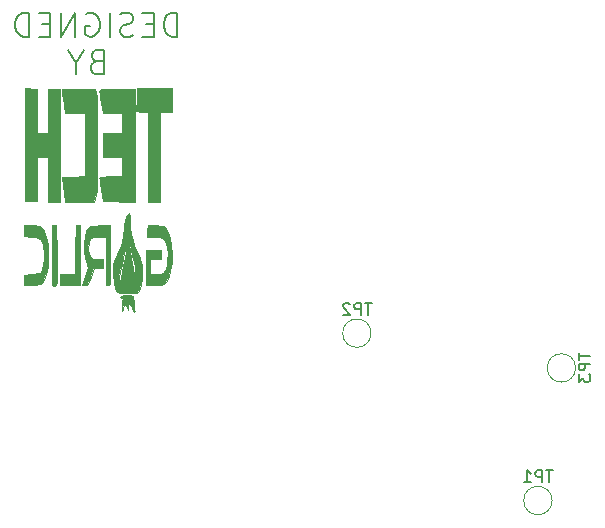
<source format=gbo>
%TF.GenerationSoftware,KiCad,Pcbnew,(5.1.10)-1*%
%TF.CreationDate,2022-07-03T20:16:09+06:00*%
%TF.ProjectId,CM3_IO_Board,434d335f-494f-45f4-926f-6172642e6b69,rev?*%
%TF.SameCoordinates,Original*%
%TF.FileFunction,Legend,Bot*%
%TF.FilePolarity,Positive*%
%FSLAX46Y46*%
G04 Gerber Fmt 4.6, Leading zero omitted, Abs format (unit mm)*
G04 Created by KiCad (PCBNEW (5.1.10)-1) date 2022-07-03 20:16:09*
%MOMM*%
%LPD*%
G01*
G04 APERTURE LIST*
%ADD10C,0.150000*%
%ADD11C,0.010000*%
%ADD12C,0.120000*%
%ADD13C,1.600000*%
%ADD14C,1.100000*%
%ADD15R,1.700000X1.700000*%
%ADD16O,1.700000X1.700000*%
%ADD17O,0.950000X1.250000*%
%ADD18O,1.550000X0.890000*%
%ADD19R,3.000000X3.000000*%
%ADD20C,3.000000*%
%ADD21R,1.500000X1.600000*%
%ADD22C,2.000000*%
%ADD23C,1.500000*%
%ADD24C,5.000000*%
%ADD25C,2.900000*%
G04 APERTURE END LIST*
D10*
X100027428Y-63591761D02*
X100027428Y-61591761D01*
X99551238Y-61591761D01*
X99265523Y-61687000D01*
X99075047Y-61877476D01*
X98979809Y-62067952D01*
X98884571Y-62448904D01*
X98884571Y-62734619D01*
X98979809Y-63115571D01*
X99075047Y-63306047D01*
X99265523Y-63496523D01*
X99551238Y-63591761D01*
X100027428Y-63591761D01*
X98027428Y-62544142D02*
X97360761Y-62544142D01*
X97075047Y-63591761D02*
X98027428Y-63591761D01*
X98027428Y-61591761D01*
X97075047Y-61591761D01*
X96313142Y-63496523D02*
X96027428Y-63591761D01*
X95551238Y-63591761D01*
X95360761Y-63496523D01*
X95265523Y-63401285D01*
X95170285Y-63210809D01*
X95170285Y-63020333D01*
X95265523Y-62829857D01*
X95360761Y-62734619D01*
X95551238Y-62639380D01*
X95932190Y-62544142D01*
X96122666Y-62448904D01*
X96217904Y-62353666D01*
X96313142Y-62163190D01*
X96313142Y-61972714D01*
X96217904Y-61782238D01*
X96122666Y-61687000D01*
X95932190Y-61591761D01*
X95456000Y-61591761D01*
X95170285Y-61687000D01*
X94313142Y-63591761D02*
X94313142Y-61591761D01*
X92313142Y-61687000D02*
X92503619Y-61591761D01*
X92789333Y-61591761D01*
X93075047Y-61687000D01*
X93265523Y-61877476D01*
X93360761Y-62067952D01*
X93456000Y-62448904D01*
X93456000Y-62734619D01*
X93360761Y-63115571D01*
X93265523Y-63306047D01*
X93075047Y-63496523D01*
X92789333Y-63591761D01*
X92598857Y-63591761D01*
X92313142Y-63496523D01*
X92217904Y-63401285D01*
X92217904Y-62734619D01*
X92598857Y-62734619D01*
X91360761Y-63591761D02*
X91360761Y-61591761D01*
X90217904Y-63591761D01*
X90217904Y-61591761D01*
X89265523Y-62544142D02*
X88598857Y-62544142D01*
X88313142Y-63591761D02*
X89265523Y-63591761D01*
X89265523Y-61591761D01*
X88313142Y-61591761D01*
X87456000Y-63591761D02*
X87456000Y-61591761D01*
X86979809Y-61591761D01*
X86694095Y-61687000D01*
X86503619Y-61877476D01*
X86408380Y-62067952D01*
X86313142Y-62448904D01*
X86313142Y-62734619D01*
X86408380Y-63115571D01*
X86503619Y-63306047D01*
X86694095Y-63496523D01*
X86979809Y-63591761D01*
X87456000Y-63591761D01*
X93170285Y-65694142D02*
X92884571Y-65789380D01*
X92789333Y-65884619D01*
X92694095Y-66075095D01*
X92694095Y-66360809D01*
X92789333Y-66551285D01*
X92884571Y-66646523D01*
X93075047Y-66741761D01*
X93836952Y-66741761D01*
X93836952Y-64741761D01*
X93170285Y-64741761D01*
X92979809Y-64837000D01*
X92884571Y-64932238D01*
X92789333Y-65122714D01*
X92789333Y-65313190D01*
X92884571Y-65503666D01*
X92979809Y-65598904D01*
X93170285Y-65694142D01*
X93836952Y-65694142D01*
X91456000Y-65789380D02*
X91456000Y-66741761D01*
X92122666Y-64741761D02*
X91456000Y-65789380D01*
X90789333Y-64741761D01*
D11*
%TO.C,G\u002A\u002A\u002A*%
G36*
X87096600Y-77535096D02*
G01*
X88112600Y-77535096D01*
X88126659Y-75652433D01*
X88140717Y-73769769D01*
X89052400Y-73769769D01*
X89052400Y-77598915D01*
X90068400Y-77598915D01*
X90068400Y-68026051D01*
X89052400Y-68026051D01*
X89052400Y-71727558D01*
X88140717Y-71727558D01*
X88126659Y-69857005D01*
X88112600Y-67986451D01*
X87096600Y-67980361D01*
X87096600Y-77535096D01*
G37*
X87096600Y-77535096D02*
X88112600Y-77535096D01*
X88126659Y-75652433D01*
X88140717Y-73769769D01*
X89052400Y-73769769D01*
X89052400Y-77598915D01*
X90068400Y-77598915D01*
X90068400Y-68026051D01*
X89052400Y-68026051D01*
X89052400Y-71727558D01*
X88140717Y-71727558D01*
X88126659Y-69857005D01*
X88112600Y-67986451D01*
X87096600Y-67980361D01*
X87096600Y-77535096D01*
G36*
X90291360Y-68440875D02*
G01*
X90349639Y-68819807D01*
X90419261Y-69284573D01*
X90445370Y-69461980D01*
X90534004Y-70068262D01*
X92202000Y-70068262D01*
X92202000Y-75423669D01*
X91217088Y-75458277D01*
X90232175Y-75492885D01*
X90535037Y-77598915D01*
X92953476Y-77598915D01*
X93268800Y-76696565D01*
X93268800Y-68652638D01*
X93144110Y-68339344D01*
X93019419Y-68026051D01*
X90225985Y-68026051D01*
X90291360Y-68440875D01*
G37*
X90291360Y-68440875D02*
X90349639Y-68819807D01*
X90419261Y-69284573D01*
X90445370Y-69461980D01*
X90534004Y-70068262D01*
X92202000Y-70068262D01*
X92202000Y-75423669D01*
X91217088Y-75458277D01*
X90232175Y-75492885D01*
X90535037Y-77598915D01*
X92953476Y-77598915D01*
X93268800Y-76696565D01*
X93268800Y-68652638D01*
X93144110Y-68339344D01*
X93019419Y-68026051D01*
X90225985Y-68026051D01*
X90291360Y-68440875D01*
G36*
X94467519Y-68028217D02*
G01*
X94113562Y-68035341D01*
X93843795Y-68048359D01*
X93649522Y-68068208D01*
X93522042Y-68095826D01*
X93452659Y-68132149D01*
X93432674Y-68178115D01*
X93433355Y-68185598D01*
X93461010Y-68379704D01*
X93511843Y-68738445D01*
X93575091Y-69185848D01*
X93578036Y-69206704D01*
X93699692Y-70068262D01*
X95351600Y-70068262D01*
X95351600Y-71727558D01*
X93726000Y-71727558D01*
X93726000Y-73769769D01*
X95351600Y-73769769D01*
X95351600Y-75429066D01*
X94386400Y-75429066D01*
X94086104Y-75433843D01*
X93824237Y-75447143D01*
X93616332Y-75467420D01*
X93477922Y-75493130D01*
X93424542Y-75522725D01*
X93424387Y-75524794D01*
X93441976Y-75682597D01*
X93485786Y-76015588D01*
X93547240Y-76459118D01*
X93564087Y-76577809D01*
X93700600Y-77535096D01*
X96418400Y-77603084D01*
X96418400Y-68026051D01*
X94914365Y-68026051D01*
X94467519Y-68028217D01*
G37*
X94467519Y-68028217D02*
X94113562Y-68035341D01*
X93843795Y-68048359D01*
X93649522Y-68068208D01*
X93522042Y-68095826D01*
X93452659Y-68132149D01*
X93432674Y-68178115D01*
X93433355Y-68185598D01*
X93461010Y-68379704D01*
X93511843Y-68738445D01*
X93575091Y-69185848D01*
X93578036Y-69206704D01*
X93699692Y-70068262D01*
X95351600Y-70068262D01*
X95351600Y-71727558D01*
X93726000Y-71727558D01*
X93726000Y-73769769D01*
X95351600Y-73769769D01*
X95351600Y-75429066D01*
X94386400Y-75429066D01*
X94086104Y-75433843D01*
X93824237Y-75447143D01*
X93616332Y-75467420D01*
X93477922Y-75493130D01*
X93424542Y-75522725D01*
X93424387Y-75524794D01*
X93441976Y-75682597D01*
X93485786Y-76015588D01*
X93547240Y-76459118D01*
X93564087Y-76577809D01*
X93700600Y-77535096D01*
X96418400Y-77603084D01*
X96418400Y-68026051D01*
X94914365Y-68026051D01*
X94467519Y-68028217D01*
G36*
X98082102Y-67972902D02*
G01*
X96596200Y-67983571D01*
X96581397Y-68957412D01*
X96566594Y-69931252D01*
X97063997Y-69967847D01*
X97561400Y-70004443D01*
X97588312Y-77598915D01*
X98602800Y-77598915D01*
X98602800Y-69940624D01*
X99568000Y-69940624D01*
X99568004Y-67962232D01*
X98082102Y-67972902D01*
G37*
X98082102Y-67972902D02*
X96596200Y-67983571D01*
X96581397Y-68957412D01*
X96566594Y-69931252D01*
X97063997Y-69967847D01*
X97561400Y-70004443D01*
X97588312Y-77598915D01*
X98602800Y-77598915D01*
X98602800Y-69940624D01*
X99568000Y-69940624D01*
X99568004Y-67962232D01*
X98082102Y-67972902D01*
G36*
X91400642Y-81651428D02*
G01*
X91386684Y-83725548D01*
X90068400Y-83725548D01*
X90068400Y-84619015D01*
X91770200Y-84619013D01*
X91770200Y-79577307D01*
X91414600Y-79577307D01*
X91400642Y-81651428D01*
G37*
X91400642Y-81651428D02*
X91386684Y-83725548D01*
X90068400Y-83725548D01*
X90068400Y-84619015D01*
X91770200Y-84619013D01*
X91770200Y-79577307D01*
X91414600Y-79577307D01*
X91400642Y-81651428D01*
G36*
X97494834Y-80055950D02*
G01*
X97479067Y-80534593D01*
X98119657Y-80534593D01*
X98452459Y-80549121D01*
X98699930Y-80601306D01*
X98877862Y-80704055D01*
X99002044Y-80870270D01*
X99088269Y-81112858D01*
X99140202Y-81368619D01*
X99206120Y-81990224D01*
X99181584Y-82576529D01*
X99129350Y-82914142D01*
X99047492Y-83249527D01*
X98938141Y-83481672D01*
X98783209Y-83627262D01*
X98564610Y-83702982D01*
X98264254Y-83725517D01*
X98249723Y-83725548D01*
X97739200Y-83725548D01*
X97739200Y-82449166D01*
X98653600Y-82449166D01*
X98653600Y-81683337D01*
X97383600Y-81683337D01*
X97383600Y-84619015D01*
X98132900Y-84613374D01*
X98436243Y-84606813D01*
X98657642Y-84588812D01*
X98816727Y-84553975D01*
X98933126Y-84496903D01*
X99026468Y-84412198D01*
X99072825Y-84354888D01*
X99289922Y-83931863D01*
X99448044Y-83351977D01*
X99542978Y-82673386D01*
X99570513Y-81954248D01*
X99526439Y-81252718D01*
X99406545Y-80626953D01*
X99354754Y-80461525D01*
X99230806Y-80133187D01*
X99111095Y-79898187D01*
X98975284Y-79741085D01*
X98803038Y-79646439D01*
X98574021Y-79598808D01*
X98267899Y-79582751D01*
X98196400Y-79581975D01*
X97510600Y-79577307D01*
X97494834Y-80055950D01*
G37*
X97494834Y-80055950D02*
X97479067Y-80534593D01*
X98119657Y-80534593D01*
X98452459Y-80549121D01*
X98699930Y-80601306D01*
X98877862Y-80704055D01*
X99002044Y-80870270D01*
X99088269Y-81112858D01*
X99140202Y-81368619D01*
X99206120Y-81990224D01*
X99181584Y-82576529D01*
X99129350Y-82914142D01*
X99047492Y-83249527D01*
X98938141Y-83481672D01*
X98783209Y-83627262D01*
X98564610Y-83702982D01*
X98264254Y-83725517D01*
X98249723Y-83725548D01*
X97739200Y-83725548D01*
X97739200Y-82449166D01*
X98653600Y-82449166D01*
X98653600Y-81683337D01*
X97383600Y-81683337D01*
X97383600Y-84619015D01*
X98132900Y-84613374D01*
X98436243Y-84606813D01*
X98657642Y-84588812D01*
X98816727Y-84553975D01*
X98933126Y-84496903D01*
X99026468Y-84412198D01*
X99072825Y-84354888D01*
X99289922Y-83931863D01*
X99448044Y-83351977D01*
X99542978Y-82673386D01*
X99570513Y-81954248D01*
X99526439Y-81252718D01*
X99406545Y-80626953D01*
X99354754Y-80461525D01*
X99230806Y-80133187D01*
X99111095Y-79898187D01*
X98975284Y-79741085D01*
X98803038Y-79646439D01*
X98574021Y-79598808D01*
X98267899Y-79582751D01*
X98196400Y-79581975D01*
X97510600Y-79577307D01*
X97494834Y-80055950D01*
G36*
X87045800Y-80470774D02*
G01*
X87736749Y-80534593D01*
X88039858Y-80568373D01*
X88259193Y-80614789D01*
X88412575Y-80688701D01*
X88517826Y-80804970D01*
X88592768Y-80978454D01*
X88655221Y-81224014D01*
X88674750Y-81316697D01*
X88739018Y-81851432D01*
X88734821Y-82424199D01*
X88669085Y-82957268D01*
X88548733Y-83372909D01*
X88480375Y-83498398D01*
X88377769Y-83574311D01*
X88190488Y-83641895D01*
X87935449Y-83696184D01*
X87706200Y-83725548D01*
X87045800Y-83789367D01*
X87029129Y-84155921D01*
X87030174Y-84446164D01*
X87054529Y-84602655D01*
X87118036Y-84627243D01*
X87263495Y-84639674D01*
X87471363Y-84639524D01*
X87722100Y-84626373D01*
X87811952Y-84619015D01*
X88096746Y-84591303D01*
X88299961Y-84561214D01*
X88441579Y-84519394D01*
X88541584Y-84456493D01*
X88619958Y-84363158D01*
X88696684Y-84230038D01*
X88714121Y-84196797D01*
X88925807Y-83654201D01*
X89053820Y-82988803D01*
X89102476Y-82176793D01*
X89103200Y-82050641D01*
X89063392Y-81238281D01*
X88942701Y-80577691D01*
X88739226Y-80060068D01*
X88638282Y-79896844D01*
X88541080Y-79768137D01*
X88446790Y-79679900D01*
X88333633Y-79624501D01*
X88179831Y-79594308D01*
X87963605Y-79581689D01*
X87731600Y-79579121D01*
X87045800Y-79577307D01*
X87045800Y-80470774D01*
G37*
X87045800Y-80470774D02*
X87736749Y-80534593D01*
X88039858Y-80568373D01*
X88259193Y-80614789D01*
X88412575Y-80688701D01*
X88517826Y-80804970D01*
X88592768Y-80978454D01*
X88655221Y-81224014D01*
X88674750Y-81316697D01*
X88739018Y-81851432D01*
X88734821Y-82424199D01*
X88669085Y-82957268D01*
X88548733Y-83372909D01*
X88480375Y-83498398D01*
X88377769Y-83574311D01*
X88190488Y-83641895D01*
X87935449Y-83696184D01*
X87706200Y-83725548D01*
X87045800Y-83789367D01*
X87029129Y-84155921D01*
X87030174Y-84446164D01*
X87054529Y-84602655D01*
X87118036Y-84627243D01*
X87263495Y-84639674D01*
X87471363Y-84639524D01*
X87722100Y-84626373D01*
X87811952Y-84619015D01*
X88096746Y-84591303D01*
X88299961Y-84561214D01*
X88441579Y-84519394D01*
X88541584Y-84456493D01*
X88619958Y-84363158D01*
X88696684Y-84230038D01*
X88714121Y-84196797D01*
X88925807Y-83654201D01*
X89053820Y-82988803D01*
X89102476Y-82176793D01*
X89103200Y-82050641D01*
X89063392Y-81238281D01*
X88942701Y-80577691D01*
X88739226Y-80060068D01*
X88638282Y-79896844D01*
X88541080Y-79768137D01*
X88446790Y-79679900D01*
X88333633Y-79624501D01*
X88179831Y-79594308D01*
X87963605Y-79581689D01*
X87731600Y-79579121D01*
X87045800Y-79577307D01*
X87045800Y-80470774D01*
G36*
X89433400Y-84658327D02*
G01*
X89604947Y-84670720D01*
X89726383Y-84644148D01*
X89794217Y-84562794D01*
X89796609Y-84551405D01*
X89802212Y-84387609D01*
X89805755Y-84010702D01*
X89807137Y-83462805D01*
X89806252Y-82786037D01*
X89802999Y-82022517D01*
X89802862Y-81998502D01*
X89789000Y-79577307D01*
X89433400Y-79577307D01*
X89433400Y-84658327D01*
G37*
X89433400Y-84658327D02*
X89604947Y-84670720D01*
X89726383Y-84644148D01*
X89794217Y-84562794D01*
X89796609Y-84551405D01*
X89802212Y-84387609D01*
X89805755Y-84010702D01*
X89807137Y-83462805D01*
X89806252Y-82786037D01*
X89802999Y-82022517D01*
X89802862Y-81998502D01*
X89789000Y-79577307D01*
X89433400Y-79577307D01*
X89433400Y-84658327D01*
G36*
X93128043Y-79586724D02*
G01*
X92850203Y-79616143D01*
X92654057Y-79667320D01*
X92529783Y-79742009D01*
X92519950Y-79751872D01*
X92336129Y-80072990D01*
X92212486Y-80545993D01*
X92150847Y-81113792D01*
X92153037Y-81719299D01*
X92220880Y-82305426D01*
X92356203Y-82815085D01*
X92417389Y-82959719D01*
X92458581Y-83068114D01*
X92462564Y-83188322D01*
X92419983Y-83368617D01*
X92321488Y-83657275D01*
X92238108Y-83885096D01*
X92115018Y-84229051D01*
X92028914Y-84489895D01*
X91994378Y-84622756D01*
X91995757Y-84630852D01*
X92059547Y-84633295D01*
X92187290Y-84625651D01*
X92252800Y-84619643D01*
X92379878Y-84589295D01*
X92478252Y-84499067D01*
X92577487Y-84304432D01*
X92707148Y-83960861D01*
X92726764Y-83905797D01*
X92972127Y-83214995D01*
X93726000Y-83214995D01*
X93726000Y-82449166D01*
X93218000Y-82449166D01*
X92932069Y-82429147D01*
X92732513Y-82355612D01*
X92604975Y-82208350D01*
X92535100Y-81967147D01*
X92508530Y-81611790D01*
X92506800Y-81447843D01*
X92515640Y-81107411D01*
X92551594Y-80863079D01*
X92628816Y-80699264D01*
X92761462Y-80600382D01*
X92963685Y-80550850D01*
X93249640Y-80535085D01*
X93336301Y-80534593D01*
X93980000Y-80534593D01*
X93980000Y-84590042D01*
X94137106Y-84647977D01*
X94256184Y-84648100D01*
X94316068Y-84562805D01*
X94322219Y-84395288D01*
X94326239Y-84014918D01*
X94327995Y-83464069D01*
X94327355Y-82785116D01*
X94324187Y-82020433D01*
X94324062Y-81998502D01*
X94310200Y-79577307D01*
X93497400Y-79577307D01*
X93128043Y-79586724D01*
G37*
X93128043Y-79586724D02*
X92850203Y-79616143D01*
X92654057Y-79667320D01*
X92529783Y-79742009D01*
X92519950Y-79751872D01*
X92336129Y-80072990D01*
X92212486Y-80545993D01*
X92150847Y-81113792D01*
X92153037Y-81719299D01*
X92220880Y-82305426D01*
X92356203Y-82815085D01*
X92417389Y-82959719D01*
X92458581Y-83068114D01*
X92462564Y-83188322D01*
X92419983Y-83368617D01*
X92321488Y-83657275D01*
X92238108Y-83885096D01*
X92115018Y-84229051D01*
X92028914Y-84489895D01*
X91994378Y-84622756D01*
X91995757Y-84630852D01*
X92059547Y-84633295D01*
X92187290Y-84625651D01*
X92252800Y-84619643D01*
X92379878Y-84589295D01*
X92478252Y-84499067D01*
X92577487Y-84304432D01*
X92707148Y-83960861D01*
X92726764Y-83905797D01*
X92972127Y-83214995D01*
X93726000Y-83214995D01*
X93726000Y-82449166D01*
X93218000Y-82449166D01*
X92932069Y-82429147D01*
X92732513Y-82355612D01*
X92604975Y-82208350D01*
X92535100Y-81967147D01*
X92508530Y-81611790D01*
X92506800Y-81447843D01*
X92515640Y-81107411D01*
X92551594Y-80863079D01*
X92628816Y-80699264D01*
X92761462Y-80600382D01*
X92963685Y-80550850D01*
X93249640Y-80535085D01*
X93336301Y-80534593D01*
X93980000Y-80534593D01*
X93980000Y-84590042D01*
X94137106Y-84647977D01*
X94256184Y-84648100D01*
X94316068Y-84562805D01*
X94322219Y-84395288D01*
X94326239Y-84014918D01*
X94327995Y-83464069D01*
X94327355Y-82785116D01*
X94324187Y-82020433D01*
X94324062Y-81998502D01*
X94310200Y-79577307D01*
X93497400Y-79577307D01*
X93128043Y-79586724D01*
G36*
X95829863Y-78599972D02*
G01*
X95711202Y-78873867D01*
X95606441Y-79240759D01*
X95540052Y-79627337D01*
X95533220Y-79704945D01*
X95428412Y-80576130D01*
X95243252Y-81299113D01*
X95015788Y-81821392D01*
X94811912Y-82227483D01*
X94683032Y-82575196D01*
X94615066Y-82928909D01*
X94593930Y-83353002D01*
X94599412Y-83724709D01*
X94651291Y-84396151D01*
X94765955Y-84879941D01*
X94948303Y-85185204D01*
X95203231Y-85321069D01*
X95453200Y-85315777D01*
X95635983Y-85282820D01*
X95769243Y-85267325D01*
X95894417Y-85268775D01*
X96052944Y-85286653D01*
X96191633Y-85306565D01*
X96392288Y-85307258D01*
X96580683Y-85261002D01*
X96674233Y-85208651D01*
X96838171Y-84952166D01*
X96965038Y-84521953D01*
X97045881Y-83989589D01*
X97057322Y-83740571D01*
X96465668Y-83740571D01*
X96465489Y-83786066D01*
X96461777Y-84427558D01*
X96366053Y-83750591D01*
X96281898Y-83230244D01*
X96175395Y-82667330D01*
X96120604Y-82410390D01*
X95986665Y-81728293D01*
X95914190Y-81172784D01*
X95700239Y-81172784D01*
X95690981Y-81508241D01*
X95652440Y-81884185D01*
X95576715Y-82359114D01*
X95455910Y-82991523D01*
X95452081Y-83010673D01*
X95348256Y-83557292D01*
X95264454Y-84051363D01*
X95210666Y-84430643D01*
X95195980Y-84606150D01*
X95192760Y-84938111D01*
X95144204Y-84633174D01*
X95119179Y-84290222D01*
X95127403Y-83902933D01*
X95174142Y-83541254D01*
X95256661Y-83106731D01*
X95304054Y-82903565D01*
X95466011Y-82230578D01*
X95574363Y-81698148D01*
X95639971Y-81249521D01*
X95659640Y-81045146D01*
X95681732Y-80783968D01*
X95692871Y-80737492D01*
X95697913Y-80920989D01*
X95700239Y-81172784D01*
X95914190Y-81172784D01*
X95908743Y-81131036D01*
X95891656Y-80661398D01*
X95905455Y-80500659D01*
X95932432Y-80368386D01*
X95952212Y-80437821D01*
X95972162Y-80735255D01*
X95972389Y-80739494D01*
X96014501Y-81106504D01*
X96101234Y-81597063D01*
X96217626Y-82127954D01*
X96234379Y-82196498D01*
X96353134Y-82698009D01*
X96423712Y-83070561D01*
X96457446Y-83392100D01*
X96465668Y-83740571D01*
X97057322Y-83740571D01*
X97071746Y-83426651D01*
X97033679Y-82904719D01*
X96989566Y-82687861D01*
X96901649Y-82426763D01*
X96765354Y-82096873D01*
X96647000Y-81844817D01*
X96403590Y-81315493D01*
X96235451Y-80825125D01*
X96126104Y-80303022D01*
X96059068Y-79678497D01*
X96031291Y-79203809D01*
X96002111Y-78792811D01*
X95963774Y-78542048D01*
X95937956Y-78492382D01*
X95829863Y-78599972D01*
G37*
X95829863Y-78599972D02*
X95711202Y-78873867D01*
X95606441Y-79240759D01*
X95540052Y-79627337D01*
X95533220Y-79704945D01*
X95428412Y-80576130D01*
X95243252Y-81299113D01*
X95015788Y-81821392D01*
X94811912Y-82227483D01*
X94683032Y-82575196D01*
X94615066Y-82928909D01*
X94593930Y-83353002D01*
X94599412Y-83724709D01*
X94651291Y-84396151D01*
X94765955Y-84879941D01*
X94948303Y-85185204D01*
X95203231Y-85321069D01*
X95453200Y-85315777D01*
X95635983Y-85282820D01*
X95769243Y-85267325D01*
X95894417Y-85268775D01*
X96052944Y-85286653D01*
X96191633Y-85306565D01*
X96392288Y-85307258D01*
X96580683Y-85261002D01*
X96674233Y-85208651D01*
X96838171Y-84952166D01*
X96965038Y-84521953D01*
X97045881Y-83989589D01*
X97057322Y-83740571D01*
X96465668Y-83740571D01*
X96465489Y-83786066D01*
X96461777Y-84427558D01*
X96366053Y-83750591D01*
X96281898Y-83230244D01*
X96175395Y-82667330D01*
X96120604Y-82410390D01*
X95986665Y-81728293D01*
X95914190Y-81172784D01*
X95700239Y-81172784D01*
X95690981Y-81508241D01*
X95652440Y-81884185D01*
X95576715Y-82359114D01*
X95455910Y-82991523D01*
X95452081Y-83010673D01*
X95348256Y-83557292D01*
X95264454Y-84051363D01*
X95210666Y-84430643D01*
X95195980Y-84606150D01*
X95192760Y-84938111D01*
X95144204Y-84633174D01*
X95119179Y-84290222D01*
X95127403Y-83902933D01*
X95174142Y-83541254D01*
X95256661Y-83106731D01*
X95304054Y-82903565D01*
X95466011Y-82230578D01*
X95574363Y-81698148D01*
X95639971Y-81249521D01*
X95659640Y-81045146D01*
X95681732Y-80783968D01*
X95692871Y-80737492D01*
X95697913Y-80920989D01*
X95700239Y-81172784D01*
X95914190Y-81172784D01*
X95908743Y-81131036D01*
X95891656Y-80661398D01*
X95905455Y-80500659D01*
X95932432Y-80368386D01*
X95952212Y-80437821D01*
X95972162Y-80735255D01*
X95972389Y-80739494D01*
X96014501Y-81106504D01*
X96101234Y-81597063D01*
X96217626Y-82127954D01*
X96234379Y-82196498D01*
X96353134Y-82698009D01*
X96423712Y-83070561D01*
X96457446Y-83392100D01*
X96465668Y-83740571D01*
X97057322Y-83740571D01*
X97071746Y-83426651D01*
X97033679Y-82904719D01*
X96989566Y-82687861D01*
X96901649Y-82426763D01*
X96765354Y-82096873D01*
X96647000Y-81844817D01*
X96403590Y-81315493D01*
X96235451Y-80825125D01*
X96126104Y-80303022D01*
X96059068Y-79678497D01*
X96031291Y-79203809D01*
X96002111Y-78792811D01*
X95963774Y-78542048D01*
X95937956Y-78492382D01*
X95829863Y-78599972D01*
G36*
X95659102Y-85474601D02*
G01*
X95463673Y-85506345D01*
X95307297Y-85557323D01*
X95214396Y-85622622D01*
X95199200Y-85663592D01*
X95239245Y-85725438D01*
X95308312Y-85697950D01*
X95382893Y-85664567D01*
X95400718Y-85776488D01*
X95388070Y-85976535D01*
X95354247Y-86327674D01*
X95324323Y-86565498D01*
X95319364Y-86751690D01*
X95346165Y-86788865D01*
X95400732Y-86721130D01*
X95403530Y-86693136D01*
X95433118Y-86535534D01*
X95503030Y-86287081D01*
X95505799Y-86278312D01*
X95569963Y-86091425D01*
X95584276Y-86105273D01*
X95571358Y-86214493D01*
X95554596Y-86387480D01*
X95591457Y-86354724D01*
X95613516Y-86311219D01*
X95677195Y-86234377D01*
X95726278Y-86355740D01*
X95748938Y-86470767D01*
X95813677Y-86730162D01*
X95861873Y-86765904D01*
X95877251Y-86582424D01*
X95869767Y-86437860D01*
X95858428Y-86204868D01*
X95883918Y-86179652D01*
X95919586Y-86245295D01*
X95996932Y-86339025D01*
X96029575Y-86319247D01*
X96086102Y-86334521D01*
X96175567Y-86488921D01*
X96177301Y-86492824D01*
X96317141Y-86783697D01*
X96393831Y-86881762D01*
X96406362Y-86786002D01*
X96396628Y-86714074D01*
X96362910Y-86421862D01*
X96333206Y-86038217D01*
X96331128Y-86002766D01*
X96308709Y-85717002D01*
X96263871Y-85573022D01*
X96166227Y-85511113D01*
X96069433Y-85488475D01*
X95869162Y-85467006D01*
X95659102Y-85474601D01*
G37*
X95659102Y-85474601D02*
X95463673Y-85506345D01*
X95307297Y-85557323D01*
X95214396Y-85622622D01*
X95199200Y-85663592D01*
X95239245Y-85725438D01*
X95308312Y-85697950D01*
X95382893Y-85664567D01*
X95400718Y-85776488D01*
X95388070Y-85976535D01*
X95354247Y-86327674D01*
X95324323Y-86565498D01*
X95319364Y-86751690D01*
X95346165Y-86788865D01*
X95400732Y-86721130D01*
X95403530Y-86693136D01*
X95433118Y-86535534D01*
X95503030Y-86287081D01*
X95505799Y-86278312D01*
X95569963Y-86091425D01*
X95584276Y-86105273D01*
X95571358Y-86214493D01*
X95554596Y-86387480D01*
X95591457Y-86354724D01*
X95613516Y-86311219D01*
X95677195Y-86234377D01*
X95726278Y-86355740D01*
X95748938Y-86470767D01*
X95813677Y-86730162D01*
X95861873Y-86765904D01*
X95877251Y-86582424D01*
X95869767Y-86437860D01*
X95858428Y-86204868D01*
X95883918Y-86179652D01*
X95919586Y-86245295D01*
X95996932Y-86339025D01*
X96029575Y-86319247D01*
X96086102Y-86334521D01*
X96175567Y-86488921D01*
X96177301Y-86492824D01*
X96317141Y-86783697D01*
X96393831Y-86881762D01*
X96406362Y-86786002D01*
X96396628Y-86714074D01*
X96362910Y-86421862D01*
X96333206Y-86038217D01*
X96331128Y-86002766D01*
X96308709Y-85717002D01*
X96263871Y-85573022D01*
X96166227Y-85511113D01*
X96069433Y-85488475D01*
X95869162Y-85467006D01*
X95659102Y-85474601D01*
D12*
%TO.C,TP1*%
X131756000Y-102870000D02*
G75*
G03*
X131756000Y-102870000I-1200000J0D01*
G01*
%TO.C,TP2*%
X116430000Y-88700000D02*
G75*
G03*
X116430000Y-88700000I-1200000J0D01*
G01*
%TO.C,TP3*%
X133750000Y-91640000D02*
G75*
G03*
X133750000Y-91640000I-1200000J0D01*
G01*
%TO.C,TP1*%
D10*
X131817904Y-100324380D02*
X131246476Y-100324380D01*
X131532190Y-101324380D02*
X131532190Y-100324380D01*
X130913142Y-101324380D02*
X130913142Y-100324380D01*
X130532190Y-100324380D01*
X130436952Y-100372000D01*
X130389333Y-100419619D01*
X130341714Y-100514857D01*
X130341714Y-100657714D01*
X130389333Y-100752952D01*
X130436952Y-100800571D01*
X130532190Y-100848190D01*
X130913142Y-100848190D01*
X129389333Y-101324380D02*
X129960761Y-101324380D01*
X129675047Y-101324380D02*
X129675047Y-100324380D01*
X129770285Y-100467238D01*
X129865523Y-100562476D01*
X129960761Y-100610095D01*
%TO.C,TP2*%
X116491904Y-86154380D02*
X115920476Y-86154380D01*
X116206190Y-87154380D02*
X116206190Y-86154380D01*
X115587142Y-87154380D02*
X115587142Y-86154380D01*
X115206190Y-86154380D01*
X115110952Y-86202000D01*
X115063333Y-86249619D01*
X115015714Y-86344857D01*
X115015714Y-86487714D01*
X115063333Y-86582952D01*
X115110952Y-86630571D01*
X115206190Y-86678190D01*
X115587142Y-86678190D01*
X114634761Y-86249619D02*
X114587142Y-86202000D01*
X114491904Y-86154380D01*
X114253809Y-86154380D01*
X114158571Y-86202000D01*
X114110952Y-86249619D01*
X114063333Y-86344857D01*
X114063333Y-86440095D01*
X114110952Y-86582952D01*
X114682380Y-87154380D01*
X114063333Y-87154380D01*
%TO.C,TP3*%
X134000380Y-90378095D02*
X134000380Y-90949523D01*
X135000380Y-90663809D02*
X134000380Y-90663809D01*
X135000380Y-91282857D02*
X134000380Y-91282857D01*
X134000380Y-91663809D01*
X134048000Y-91759047D01*
X134095619Y-91806666D01*
X134190857Y-91854285D01*
X134333714Y-91854285D01*
X134428952Y-91806666D01*
X134476571Y-91759047D01*
X134524190Y-91663809D01*
X134524190Y-91282857D01*
X134000380Y-92187619D02*
X134000380Y-92806666D01*
X134381333Y-92473333D01*
X134381333Y-92616190D01*
X134428952Y-92711428D01*
X134476571Y-92759047D01*
X134571809Y-92806666D01*
X134809904Y-92806666D01*
X134905142Y-92759047D01*
X134952761Y-92711428D01*
X135000380Y-92616190D01*
X135000380Y-92330476D01*
X134952761Y-92235238D01*
X134905142Y-92187619D01*
%TD*%
%LPC*%
D13*
%TO.C,J1*%
X129540000Y-142548000D03*
D14*
X129540000Y-117548000D03*
%TD*%
D15*
%TO.C,J4*%
X47900000Y-55300000D03*
D16*
X50440000Y-55300000D03*
X47900000Y-57840000D03*
X50440000Y-57840000D03*
X47900000Y-60380000D03*
X50440000Y-60380000D03*
X47900000Y-62920000D03*
X50440000Y-62920000D03*
X47900000Y-65460000D03*
X50440000Y-65460000D03*
X47900000Y-68000000D03*
X50440000Y-68000000D03*
X47900000Y-70540000D03*
X50440000Y-70540000D03*
X47900000Y-73080000D03*
X50440000Y-73080000D03*
X47900000Y-75620000D03*
X50440000Y-75620000D03*
%TD*%
D15*
%TO.C,J3*%
X47860000Y-40760000D03*
D16*
X50400000Y-40760000D03*
X47860000Y-43300000D03*
X50400000Y-43300000D03*
X47860000Y-45840000D03*
X50400000Y-45840000D03*
%TD*%
D17*
%TO.C,J2*%
X132984000Y-109942000D03*
X132984000Y-104942000D03*
D18*
X135684000Y-110942000D03*
X135684000Y-103942000D03*
%TD*%
D15*
%TO.C,J5*%
X50360000Y-36180000D03*
D16*
X47820000Y-36180000D03*
%TD*%
%TO.C,J6*%
X47920000Y-50490000D03*
D15*
X50460000Y-50490000D03*
%TD*%
D19*
%TO.C,J7*%
X51562000Y-142240000D03*
D20*
X46562000Y-142240000D03*
%TD*%
D13*
%TO.C,J11*%
X51308000Y-122316000D03*
X51308000Y-119816000D03*
X51308000Y-117816000D03*
D21*
X51308000Y-115316000D03*
D20*
X48598000Y-125386000D03*
X48598000Y-112246000D03*
%TD*%
D22*
%TO.C,TP1*%
X130556000Y-102870000D03*
%TD*%
%TO.C,TP2*%
X115230000Y-88700000D03*
%TD*%
%TO.C,TP3*%
X132550000Y-91640000D03*
%TD*%
D23*
%TO.C,Y1*%
X47752000Y-97790000D03*
X47752000Y-102690000D03*
%TD*%
D16*
%TO.C,J9*%
X47880000Y-79910000D03*
D15*
X50420000Y-79910000D03*
%TD*%
D24*
%TO.C,H1*%
X81452720Y-117236240D03*
D25*
X81452720Y-117236240D03*
%TD*%
D24*
%TO.C,H2*%
X81668620Y-142521940D03*
D25*
X81668620Y-142521940D03*
%TD*%
M02*

</source>
